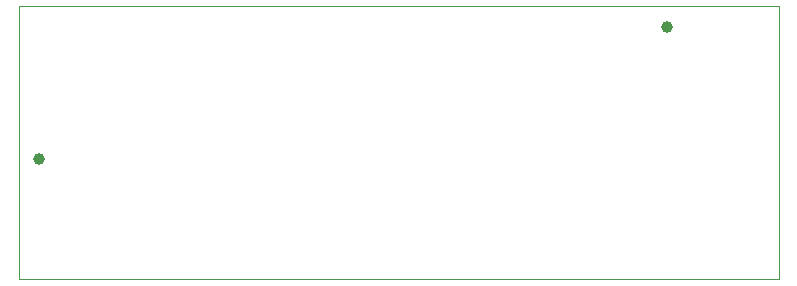
<source format=gbp>
G04*
G04 #@! TF.GenerationSoftware,Altium Limited,Altium Designer,19.0.15 (446)*
G04*
G04 Layer_Color=128*
%FSLAX24Y24*%
%MOIN*%
G70*
G01*
G75*
%ADD16C,0.0005*%
%ADD29C,0.0394*%
D16*
X25315Y0D02*
Y9094D01*
X0Y0D02*
Y9094D01*
X25315D01*
X0Y0D02*
X25315D01*
D29*
X670Y4010D02*
D03*
X21610Y8400D02*
D03*
M02*

</source>
